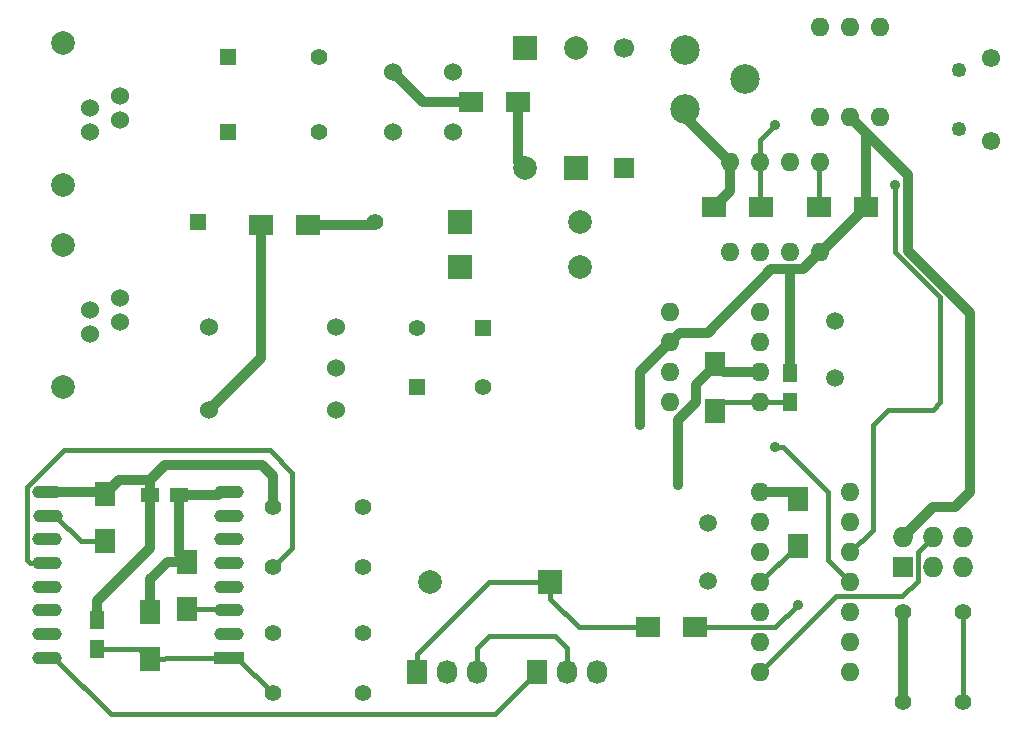
<source format=gbl>
G04 #@! TF.FileFunction,Copper,L2,Bot,Signal*
%FSLAX46Y46*%
G04 Gerber Fmt 4.6, Leading zero omitted, Abs format (unit mm)*
G04 Created by KiCad (PCBNEW 4.0.2+dfsg1-stable) date Sat Feb 27 20:39:48 2016*
%MOMM*%
G01*
G04 APERTURE LIST*
%ADD10C,0.150000*%
%ADD11R,1.700000X2.000000*%
%ADD12R,2.500000X1.100000*%
%ADD13O,2.500000X1.100000*%
%ADD14R,1.727200X2.032000*%
%ADD15O,1.727200X2.032000*%
%ADD16C,1.699260*%
%ADD17R,1.699260X1.699260*%
%ADD18R,1.400000X1.400000*%
%ADD19C,1.400000*%
%ADD20R,2.000000X1.700000*%
%ADD21R,1.500000X1.250000*%
%ADD22R,1.250000X1.500000*%
%ADD23C,1.501140*%
%ADD24O,1.600000X1.600000*%
%ADD25C,1.397000*%
%ADD26C,2.499360*%
%ADD27C,1.998980*%
%ADD28R,1.998980X1.998980*%
%ADD29R,1.727200X1.727200*%
%ADD30O,1.727200X1.727200*%
%ADD31C,1.524000*%
%ADD32C,1.250000*%
%ADD33C,1.550000*%
%ADD34C,2.000000*%
%ADD35C,0.889000*%
%ADD36C,0.812800*%
%ADD37C,0.401000*%
G04 APERTURE END LIST*
D10*
D11*
X179451000Y-159544000D03*
X179451000Y-163544000D03*
D12*
X182975000Y-167670000D03*
D13*
X182975000Y-165670000D03*
X182975000Y-163670000D03*
X182975000Y-161670000D03*
X182975000Y-159670000D03*
X182975000Y-157670000D03*
X182975000Y-155670000D03*
X182975000Y-153670000D03*
X167575000Y-153670000D03*
X167675000Y-155670000D03*
X167575000Y-157670000D03*
X167575000Y-159670000D03*
X167575000Y-161670000D03*
X167575000Y-163670000D03*
X167575000Y-165670000D03*
X167575000Y-167670000D03*
D14*
X209042000Y-168910000D03*
D15*
X211582000Y-168910000D03*
X214122000Y-168910000D03*
D16*
X216408000Y-116078000D03*
D17*
X216408000Y-126238000D03*
D18*
X198882000Y-144780000D03*
D19*
X198882000Y-139780000D03*
D18*
X204470000Y-139780000D03*
D19*
X204470000Y-144780000D03*
D20*
X228060000Y-129540000D03*
X224060000Y-129540000D03*
X222472000Y-165100000D03*
X218472000Y-165100000D03*
D11*
X231140000Y-158210000D03*
X231140000Y-154210000D03*
X176276000Y-163830000D03*
X176276000Y-167830000D03*
X224155000Y-146780000D03*
X224155000Y-142780000D03*
D20*
X236950000Y-129540000D03*
X232950000Y-129540000D03*
D21*
X176296000Y-153924000D03*
X178796000Y-153924000D03*
D22*
X171831000Y-166965000D03*
X171831000Y-164465000D03*
X230505000Y-143550000D03*
X230505000Y-146050000D03*
D23*
X223520000Y-161190940D03*
X223520000Y-156309060D03*
X234315000Y-144045940D03*
X234315000Y-139164060D03*
D24*
X233045000Y-125730000D03*
X230505000Y-125730000D03*
X227965000Y-125730000D03*
X225425000Y-125730000D03*
X225425000Y-133350000D03*
X227965000Y-133350000D03*
X230505000Y-133350000D03*
X233045000Y-133350000D03*
D25*
X194310000Y-154940000D03*
X194310000Y-160020000D03*
X186690000Y-154940000D03*
X186690000Y-160020000D03*
X240030000Y-163830000D03*
X245110000Y-163830000D03*
X240030000Y-171450000D03*
X245110000Y-171450000D03*
X194310000Y-165608000D03*
X194310000Y-170688000D03*
X186690000Y-165608000D03*
X186690000Y-170688000D03*
D26*
X226654360Y-118704360D03*
X221615000Y-121203720D03*
X221615000Y-116205000D03*
D24*
X227965000Y-153670000D03*
X227965000Y-156210000D03*
X227965000Y-158750000D03*
X227965000Y-161290000D03*
X227965000Y-163830000D03*
X227965000Y-166370000D03*
X227965000Y-168910000D03*
X235585000Y-168910000D03*
X235585000Y-166370000D03*
X235585000Y-163830000D03*
X235585000Y-161290000D03*
X235585000Y-158750000D03*
X235585000Y-156210000D03*
X235585000Y-153670000D03*
X220345000Y-138430000D03*
X220345000Y-140970000D03*
X220345000Y-143510000D03*
X220345000Y-146050000D03*
X227965000Y-146050000D03*
X227965000Y-143510000D03*
X227965000Y-140970000D03*
X227965000Y-138430000D03*
X238125000Y-114300000D03*
X235585000Y-114300000D03*
X233045000Y-114300000D03*
X233045000Y-121920000D03*
X235585000Y-121920000D03*
X238125000Y-121920000D03*
D27*
X200025000Y-161292540D03*
D28*
X210185000Y-161292540D03*
D27*
X212725000Y-134620000D03*
D28*
X202565000Y-134620000D03*
D27*
X212725000Y-130794760D03*
D28*
X202565000Y-130794760D03*
D27*
X208031080Y-126238000D03*
D28*
X208031080Y-116078000D03*
D27*
X212344000Y-116078000D03*
D28*
X212344000Y-126238000D03*
D29*
X240030000Y-160020000D03*
D30*
X240030000Y-157480000D03*
X242570000Y-160020000D03*
X242570000Y-157480000D03*
X245110000Y-160020000D03*
X245110000Y-157480000D03*
D18*
X180340000Y-130810000D03*
D19*
X195340000Y-130810000D03*
D18*
X182880000Y-123190000D03*
D19*
X190630000Y-123190000D03*
D18*
X182880000Y-116840000D03*
D19*
X190630000Y-116840000D03*
D31*
X201930000Y-123190000D03*
X196850000Y-123190000D03*
X196850000Y-118110000D03*
X201930000Y-118110000D03*
D20*
X203486000Y-120650000D03*
X207486000Y-120650000D03*
D31*
X192087500Y-146685000D03*
X192087500Y-143192500D03*
X192087500Y-139700000D03*
X181292500Y-139700000D03*
X181292500Y-146685000D03*
D32*
X244817460Y-122896900D03*
X244817460Y-117896900D03*
D33*
X247517460Y-123896900D03*
X247517460Y-116896900D03*
D31*
X173750000Y-122170000D03*
X173750000Y-120130000D03*
X171210000Y-121150000D03*
X171210000Y-123190000D03*
D34*
X168910000Y-127660000D03*
X168910000Y-115660000D03*
D31*
X173750000Y-139290000D03*
X173750000Y-137250000D03*
X171210000Y-138270000D03*
X171210000Y-140310000D03*
D34*
X168910000Y-144780000D03*
X168910000Y-132780000D03*
D20*
X185706000Y-131064000D03*
X189706000Y-131064000D03*
D11*
X172466000Y-153829000D03*
X172466000Y-157829000D03*
D14*
X198882000Y-168910000D03*
D15*
X201422000Y-168910000D03*
X203962000Y-168910000D03*
D35*
X220980000Y-153035000D03*
X217805000Y-147955000D03*
X229235000Y-122555000D03*
X229235000Y-149860000D03*
X239395000Y-127635000D03*
X231140000Y-163195000D03*
D36*
X221615000Y-121203720D02*
X221615000Y-121920000D01*
X221615000Y-121920000D02*
X225425000Y-125730000D01*
X171831000Y-164465000D02*
X171831000Y-162902200D01*
X171831000Y-162902200D02*
X176296000Y-158437200D01*
X176296000Y-158437200D02*
X176296000Y-153924000D01*
X176276000Y-152634000D02*
X176276000Y-153904000D01*
X176276000Y-153904000D02*
X176296000Y-153924000D01*
X186690000Y-154940000D02*
X186690000Y-152273000D01*
X173661000Y-152634000D02*
X172625000Y-153670000D01*
X176296000Y-152634000D02*
X176276000Y-152634000D01*
X176276000Y-152634000D02*
X173661000Y-152634000D01*
X177546000Y-151384000D02*
X176296000Y-152634000D01*
X185801000Y-151384000D02*
X177546000Y-151384000D01*
X186690000Y-152273000D02*
X185801000Y-151384000D01*
X172625000Y-153670000D02*
X168275000Y-153670000D01*
X220980000Y-153035000D02*
X220980000Y-147576394D01*
X220980000Y-147576394D02*
X222492200Y-146064194D01*
X222492200Y-146064194D02*
X222492200Y-144592800D01*
X224155000Y-142930000D02*
X224155000Y-142780000D01*
X222492200Y-144592800D02*
X224155000Y-142930000D01*
X240030000Y-163830000D02*
X240030000Y-171450000D01*
X227965000Y-143510000D02*
X224885000Y-143510000D01*
X224885000Y-143510000D02*
X224155000Y-142780000D01*
X225425000Y-125730000D02*
X225425000Y-128175000D01*
X225425000Y-128175000D02*
X224060000Y-129540000D01*
X228899599Y-134810401D02*
X230505000Y-134810401D01*
X230505000Y-134810401D02*
X231584599Y-134810401D01*
X230505000Y-143550000D02*
X230505000Y-134810401D01*
X220345000Y-140970000D02*
X221144999Y-140170001D01*
X221144999Y-140170001D02*
X223539999Y-140170001D01*
X223539999Y-140170001D02*
X228899599Y-134810401D01*
X217805000Y-147955000D02*
X217805000Y-143510000D01*
X217805000Y-143510000D02*
X220345000Y-140970000D01*
X227965000Y-153670000D02*
X230600000Y-153670000D01*
X230600000Y-153670000D02*
X231140000Y-154210000D01*
X244475000Y-154940000D02*
X242570000Y-154940000D01*
X242570000Y-154940000D02*
X240030000Y-157480000D01*
X245745000Y-153670000D02*
X244475000Y-154940000D01*
X245745000Y-138482490D02*
X245745000Y-153670000D01*
X235585000Y-121920000D02*
X240499901Y-126834901D01*
X240499901Y-126834901D02*
X240499901Y-133237391D01*
X240499901Y-133237391D02*
X245745000Y-138482490D01*
X233045000Y-133350000D02*
X233140000Y-133350000D01*
X233140000Y-133350000D02*
X236950000Y-129540000D01*
X231584599Y-134810401D02*
X233045000Y-133350000D01*
X236950000Y-129540000D02*
X236950000Y-123285000D01*
X236950000Y-123285000D02*
X235585000Y-121920000D01*
D37*
X227965000Y-125730000D02*
X227965000Y-129445000D01*
X227965000Y-129445000D02*
X228060000Y-129540000D01*
X227965000Y-123825000D02*
X227965000Y-125730000D01*
X229235000Y-122555000D02*
X227965000Y-123825000D01*
X229235000Y-149860000D02*
X229863617Y-149860000D01*
X229863617Y-149860000D02*
X233680000Y-153676383D01*
X233680000Y-153676383D02*
X233680000Y-159385000D01*
X233680000Y-159385000D02*
X235585000Y-161290000D01*
D36*
X189706000Y-131064000D02*
X195086000Y-131064000D01*
X195086000Y-131064000D02*
X195340000Y-130810000D01*
X196850000Y-118110000D02*
X199390000Y-120650000D01*
X199390000Y-120650000D02*
X203486000Y-120650000D01*
X207486000Y-120650000D02*
X207486000Y-125692920D01*
X207486000Y-125692920D02*
X208031080Y-126238000D01*
D37*
X198882000Y-168910000D02*
X198882000Y-167386000D01*
X204975460Y-161292540D02*
X210185000Y-161292540D01*
X198882000Y-167386000D02*
X204975460Y-161292540D01*
X210185000Y-161292540D02*
X210185000Y-162693030D01*
X210185000Y-162693030D02*
X212591970Y-165100000D01*
X212591970Y-165100000D02*
X218472000Y-165100000D01*
X239395000Y-127635000D02*
X239395000Y-133350000D01*
X239395000Y-133350000D02*
X243205000Y-137160000D01*
X243205000Y-137160000D02*
X243205000Y-146050000D01*
X237490000Y-147955000D02*
X237490000Y-156845000D01*
X243205000Y-146050000D02*
X242570000Y-146685000D01*
X242570000Y-146685000D02*
X238760000Y-146685000D01*
X238760000Y-146685000D02*
X237490000Y-147955000D01*
X237490000Y-156845000D02*
X235585000Y-158750000D01*
X232950000Y-129540000D02*
X232950000Y-125825000D01*
X232950000Y-125825000D02*
X233045000Y-125730000D01*
D36*
X178796000Y-153924000D02*
X182021000Y-153924000D01*
X182021000Y-153924000D02*
X182275000Y-153670000D01*
X179451000Y-159544000D02*
X177788200Y-159544000D01*
X177788200Y-159544000D02*
X176276000Y-161056200D01*
X176276000Y-161056200D02*
X176276000Y-163830000D01*
X178796000Y-153924000D02*
X178796000Y-158889000D01*
X178796000Y-158889000D02*
X179451000Y-159544000D01*
D37*
X176276000Y-163830000D02*
X176276000Y-163680000D01*
X227965000Y-146050000D02*
X230505000Y-146050000D01*
X227965000Y-146050000D02*
X224885000Y-146050000D01*
X224885000Y-146050000D02*
X224155000Y-146780000D01*
X182275000Y-167670000D02*
X183672000Y-167670000D01*
X183672000Y-167670000D02*
X186690000Y-170688000D01*
X176276000Y-167830000D02*
X177527000Y-167830000D01*
X177527000Y-167830000D02*
X177687000Y-167670000D01*
X177687000Y-167670000D02*
X182275000Y-167670000D01*
X171831000Y-166965000D02*
X175411000Y-166965000D01*
X175411000Y-166965000D02*
X176276000Y-167830000D01*
X182115000Y-167830000D02*
X182275000Y-167670000D01*
X227965000Y-168910000D02*
X234384499Y-162490501D01*
X234384499Y-162490501D02*
X240007601Y-162490501D01*
X240007601Y-162490501D02*
X241300000Y-161198102D01*
X241300000Y-161198102D02*
X241300000Y-158750000D01*
X241300000Y-158750000D02*
X242570000Y-157480000D01*
X227965000Y-161290000D02*
X231045000Y-158210000D01*
X231045000Y-158210000D02*
X231140000Y-158210000D01*
X245110000Y-163830000D02*
X245110000Y-171450000D01*
X222472000Y-165100000D02*
X229235000Y-165100000D01*
X229235000Y-165100000D02*
X231140000Y-163195000D01*
X168275000Y-167670000D02*
X168275000Y-167767000D01*
X168275000Y-167767000D02*
X172974000Y-172466000D01*
X172974000Y-172466000D02*
X205486000Y-172466000D01*
X205486000Y-172466000D02*
X209042000Y-168910000D01*
X209042000Y-168910000D02*
X209042000Y-169062400D01*
X188341000Y-152019000D02*
X188341000Y-158369000D01*
X188341000Y-158369000D02*
X186690000Y-160020000D01*
X186436000Y-150114000D02*
X188341000Y-152019000D01*
X169010409Y-150114000D02*
X186436000Y-150114000D01*
X166116000Y-159639000D02*
X165870490Y-159393490D01*
X165870490Y-159393490D02*
X165870490Y-153253919D01*
X165870490Y-153253919D02*
X169010409Y-150114000D01*
X167499776Y-159639000D02*
X166116000Y-159639000D01*
X168275000Y-159670000D02*
X167530776Y-159670000D01*
X167530776Y-159670000D02*
X167499776Y-159639000D01*
D36*
X181292500Y-146685000D02*
X185706000Y-142271500D01*
X185706000Y-142271500D02*
X185706000Y-131064000D01*
D37*
X172466000Y-157829000D02*
X170434000Y-157829000D01*
X170434000Y-157829000D02*
X168275000Y-155670000D01*
X179451000Y-163544000D02*
X182149000Y-163544000D01*
X182149000Y-163544000D02*
X182275000Y-163670000D01*
X182115000Y-163830000D02*
X182275000Y-163670000D01*
X203962000Y-168910000D02*
X203962000Y-166878000D01*
X211582000Y-166878000D02*
X211582000Y-168910000D01*
X210566000Y-165862000D02*
X211582000Y-166878000D01*
X204978000Y-165862000D02*
X210566000Y-165862000D01*
X203962000Y-166878000D02*
X204978000Y-165862000D01*
M02*

</source>
